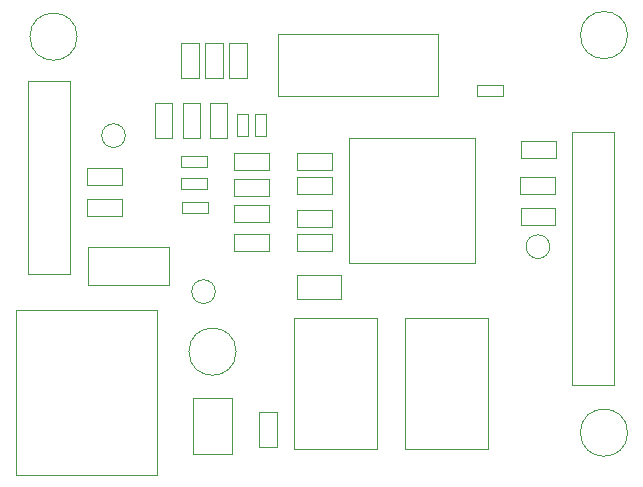
<source format=gbr>
%TF.GenerationSoftware,KiCad,Pcbnew,7.0.11-7.0.11~ubuntu22.04.1*%
%TF.CreationDate,2025-04-19T23:19:54+01:00*%
%TF.ProjectId,Mixed_Signal_Design,4d697865-645f-4536-9967-6e616c5f4465,rev?*%
%TF.SameCoordinates,Original*%
%TF.FileFunction,Other,User*%
%FSLAX46Y46*%
G04 Gerber Fmt 4.6, Leading zero omitted, Abs format (unit mm)*
G04 Created by KiCad (PCBNEW 7.0.11-7.0.11~ubuntu22.04.1) date 2025-04-19 23:19:54*
%MOMM*%
%LPD*%
G01*
G04 APERTURE LIST*
%ADD10C,0.050000*%
G04 APERTURE END LIST*
D10*
%TO.C,FID1*%
X125206000Y-98171000D02*
G75*
G03*
X123206000Y-98171000I-1000000J0D01*
G01*
X123206000Y-98171000D02*
G75*
G03*
X125206000Y-98171000I1000000J0D01*
G01*
%TO.C,C5*%
X137383000Y-107918000D02*
X134423000Y-107918000D01*
X137383000Y-106458000D02*
X137383000Y-107918000D01*
X134423000Y-107918000D02*
X134423000Y-106458000D01*
X134423000Y-106458000D02*
X137383000Y-106458000D01*
%TO.C,C16*%
X135477000Y-90341000D02*
X135477000Y-93301000D01*
X134017000Y-90341000D02*
X135477000Y-90341000D01*
X135477000Y-93301000D02*
X134017000Y-93301000D01*
X134017000Y-93301000D02*
X134017000Y-90341000D01*
%TO.C,D3*%
X121964000Y-100870000D02*
X124924000Y-100870000D01*
X121964000Y-102330000D02*
X121964000Y-100870000D01*
X124924000Y-100870000D02*
X124924000Y-102330000D01*
X124924000Y-102330000D02*
X121964000Y-102330000D01*
%TO.C,C14*%
X135588000Y-96372000D02*
X135588000Y-98192000D01*
X134668000Y-96372000D02*
X135588000Y-96372000D01*
X135588000Y-98192000D02*
X134668000Y-98192000D01*
X134668000Y-98192000D02*
X134668000Y-96372000D01*
%TO.C,R2*%
X132164000Y-102705000D02*
X129964000Y-102705000D01*
X132164000Y-101765000D02*
X132164000Y-102705000D01*
X129964000Y-102705000D02*
X129964000Y-101765000D01*
X129964000Y-101765000D02*
X132164000Y-101765000D01*
%TO.C,J4*%
X163046000Y-97895000D02*
X166596000Y-97895000D01*
X163046000Y-119245000D02*
X163046000Y-97895000D01*
X166596000Y-97895000D02*
X166596000Y-119245000D01*
X166596000Y-119245000D02*
X163046000Y-119245000D01*
%TO.C,C18*%
X131413000Y-90367000D02*
X131413000Y-93327000D01*
X129953000Y-90367000D02*
X131413000Y-90367000D01*
X131413000Y-93327000D02*
X129953000Y-93327000D01*
X129953000Y-93327000D02*
X129953000Y-90367000D01*
%TO.C,C8*%
X142704000Y-101060000D02*
X139744000Y-101060000D01*
X142704000Y-99600000D02*
X142704000Y-101060000D01*
X139744000Y-101060000D02*
X139744000Y-99600000D01*
X139744000Y-99600000D02*
X142704000Y-99600000D01*
%TO.C,H1*%
X167735000Y-123317000D02*
G75*
G03*
X163735000Y-123317000I-2000000J0D01*
G01*
X163735000Y-123317000D02*
G75*
G03*
X167735000Y-123317000I2000000J0D01*
G01*
%TO.C,C12*%
X130080000Y-98368000D02*
X130080000Y-95408000D01*
X131540000Y-98368000D02*
X130080000Y-98368000D01*
X130080000Y-95408000D02*
X131540000Y-95408000D01*
X131540000Y-95408000D02*
X131540000Y-98368000D01*
%TO.C,Y1*%
X138107000Y-89602000D02*
X138107000Y-94802000D01*
X138107000Y-94802000D02*
X151707000Y-94802000D01*
X151707000Y-89602000D02*
X138107000Y-89602000D01*
X151707000Y-94802000D02*
X151707000Y-89602000D01*
%TO.C,C7*%
X142704000Y-103092000D02*
X139744000Y-103092000D01*
X142704000Y-101632000D02*
X142704000Y-103092000D01*
X139744000Y-103092000D02*
X139744000Y-101632000D01*
X139744000Y-101632000D02*
X142704000Y-101632000D01*
%TO.C,SW1*%
X130938000Y-125160000D02*
X134238000Y-125160000D01*
X134238000Y-125160000D02*
X134238000Y-120360000D01*
X130938000Y-120360000D02*
X130938000Y-125160000D01*
X134238000Y-120360000D02*
X130938000Y-120360000D01*
%TO.C,FB1*%
X139740000Y-110013000D02*
X139740000Y-111983000D01*
X139740000Y-111983000D02*
X143470000Y-111983000D01*
X143470000Y-110013000D02*
X139740000Y-110013000D01*
X143470000Y-111983000D02*
X143470000Y-110013000D01*
%TO.C,J2*%
X116945000Y-93577000D02*
X116945000Y-109877000D01*
X116945000Y-109877000D02*
X120545000Y-109877000D01*
X120545000Y-93577000D02*
X116945000Y-93577000D01*
X120545000Y-109877000D02*
X120545000Y-93577000D01*
%TO.C,H3*%
X121126000Y-89789000D02*
G75*
G03*
X117126000Y-89789000I-2000000J0D01*
G01*
X117126000Y-89789000D02*
G75*
G03*
X121126000Y-89789000I2000000J0D01*
G01*
%TO.C,U4*%
X154779000Y-108932000D02*
X154779000Y-98332000D01*
X154779000Y-108932000D02*
X144179000Y-108932000D01*
X154779000Y-98332000D02*
X144179000Y-98332000D01*
X144179000Y-108932000D02*
X144179000Y-98332000D01*
%TO.C,FID3*%
X132826000Y-111379000D02*
G75*
G03*
X130826000Y-111379000I-1000000J0D01*
G01*
X130826000Y-111379000D02*
G75*
G03*
X132826000Y-111379000I1000000J0D01*
G01*
%TO.C,C6*%
X137383000Y-105505000D02*
X134423000Y-105505000D01*
X137383000Y-104045000D02*
X137383000Y-105505000D01*
X134423000Y-105505000D02*
X134423000Y-104045000D01*
X134423000Y-104045000D02*
X137383000Y-104045000D01*
%TO.C,U1*%
X139501000Y-124720000D02*
X146501000Y-124720000D01*
X146501000Y-124720000D02*
X146501000Y-113620000D01*
X139501000Y-113620000D02*
X139501000Y-124720000D01*
X146501000Y-113620000D02*
X139501000Y-113620000D01*
%TO.C,C9*%
X158680000Y-98584000D02*
X161640000Y-98584000D01*
X158680000Y-100044000D02*
X158680000Y-98584000D01*
X161640000Y-98584000D02*
X161640000Y-100044000D01*
X161640000Y-100044000D02*
X158680000Y-100044000D01*
%TO.C,R3*%
X132164000Y-100800000D02*
X129964000Y-100800000D01*
X132164000Y-99860000D02*
X132164000Y-100800000D01*
X129964000Y-100800000D02*
X129964000Y-99860000D01*
X129964000Y-99860000D02*
X132164000Y-99860000D01*
%TO.C,R1*%
X132216000Y-104737000D02*
X130016000Y-104737000D01*
X132216000Y-103797000D02*
X132216000Y-104737000D01*
X130016000Y-104737000D02*
X130016000Y-103797000D01*
X130016000Y-103797000D02*
X132216000Y-103797000D01*
%TO.C,C20*%
X138017000Y-121596000D02*
X138017000Y-124556000D01*
X136557000Y-121596000D02*
X138017000Y-121596000D01*
X138017000Y-124556000D02*
X136557000Y-124556000D01*
X136557000Y-124556000D02*
X136557000Y-121596000D01*
%TO.C,C11*%
X127697000Y-98368000D02*
X127697000Y-95408000D01*
X129157000Y-98368000D02*
X127697000Y-98368000D01*
X127697000Y-95408000D02*
X129157000Y-95408000D01*
X129157000Y-95408000D02*
X129157000Y-98368000D01*
%TO.C,C10*%
X158654000Y-101632000D02*
X161614000Y-101632000D01*
X158654000Y-103092000D02*
X158654000Y-101632000D01*
X161614000Y-101632000D02*
X161614000Y-103092000D01*
X161614000Y-103092000D02*
X158654000Y-103092000D01*
%TO.C,J1*%
X115920000Y-112912000D02*
X115920000Y-126912000D01*
X115920000Y-126912000D02*
X127920000Y-126912000D01*
X127920000Y-112912000D02*
X115920000Y-112912000D01*
X127920000Y-126912000D02*
X127920000Y-112912000D01*
%TO.C,R4*%
X154983000Y-93891000D02*
X157183000Y-93891000D01*
X154983000Y-94831000D02*
X154983000Y-93891000D01*
X157183000Y-93891000D02*
X157183000Y-94831000D01*
X157183000Y-94831000D02*
X154983000Y-94831000D01*
%TO.C,H4*%
X134588000Y-116459000D02*
G75*
G03*
X130588000Y-116459000I-2000000J0D01*
G01*
X130588000Y-116459000D02*
G75*
G03*
X134588000Y-116459000I2000000J0D01*
G01*
%TO.C,C17*%
X133445000Y-90367000D02*
X133445000Y-93327000D01*
X131985000Y-90367000D02*
X133445000Y-90367000D01*
X133445000Y-93327000D02*
X131985000Y-93327000D01*
X131985000Y-93327000D02*
X131985000Y-90367000D01*
%TO.C,C2*%
X142704000Y-105886000D02*
X139744000Y-105886000D01*
X142704000Y-104426000D02*
X142704000Y-105886000D01*
X139744000Y-105886000D02*
X139744000Y-104426000D01*
X139744000Y-104426000D02*
X142704000Y-104426000D01*
%TO.C,U2*%
X148912500Y-124744000D02*
X155912500Y-124744000D01*
X155912500Y-124744000D02*
X155912500Y-113644000D01*
X148912500Y-113644000D02*
X148912500Y-124744000D01*
X155912500Y-113644000D02*
X148912500Y-113644000D01*
%TO.C,FID2*%
X161147000Y-107569000D02*
G75*
G03*
X159147000Y-107569000I-1000000J0D01*
G01*
X159147000Y-107569000D02*
G75*
G03*
X161147000Y-107569000I1000000J0D01*
G01*
%TO.C,D1*%
X121964000Y-103537000D02*
X124924000Y-103537000D01*
X121964000Y-104997000D02*
X121964000Y-103537000D01*
X124924000Y-103537000D02*
X124924000Y-104997000D01*
X124924000Y-104997000D02*
X121964000Y-104997000D01*
%TO.C,H2*%
X167735000Y-89662000D02*
G75*
G03*
X163735000Y-89662000I-2000000J0D01*
G01*
X163735000Y-89662000D02*
G75*
G03*
X167735000Y-89662000I2000000J0D01*
G01*
%TO.C,C4*%
X137370000Y-101060000D02*
X134410000Y-101060000D01*
X137370000Y-99600000D02*
X137370000Y-101060000D01*
X134410000Y-101060000D02*
X134410000Y-99600000D01*
X134410000Y-99600000D02*
X137370000Y-99600000D01*
%TO.C,C19*%
X161627000Y-105759000D02*
X158667000Y-105759000D01*
X161627000Y-104299000D02*
X161627000Y-105759000D01*
X158667000Y-105759000D02*
X158667000Y-104299000D01*
X158667000Y-104299000D02*
X161627000Y-104299000D01*
%TO.C,C15*%
X136192000Y-98192000D02*
X136192000Y-96372000D01*
X137112000Y-98192000D02*
X136192000Y-98192000D01*
X136192000Y-96372000D02*
X137112000Y-96372000D01*
X137112000Y-96372000D02*
X137112000Y-98192000D01*
%TO.C,C13*%
X132366000Y-98368000D02*
X132366000Y-95408000D01*
X133826000Y-98368000D02*
X132366000Y-98368000D01*
X132366000Y-95408000D02*
X133826000Y-95408000D01*
X133826000Y-95408000D02*
X133826000Y-98368000D01*
%TO.C,C3*%
X137383000Y-103279000D02*
X134423000Y-103279000D01*
X137383000Y-101819000D02*
X137383000Y-103279000D01*
X134423000Y-103279000D02*
X134423000Y-101819000D01*
X134423000Y-101819000D02*
X137383000Y-101819000D01*
%TO.C,D2*%
X128876000Y-110820000D02*
X122076000Y-110820000D01*
X128876000Y-107620000D02*
X128876000Y-110820000D01*
X122076000Y-110820000D02*
X122076000Y-107620000D01*
X122076000Y-107620000D02*
X128876000Y-107620000D01*
%TO.C,C1*%
X142704000Y-107918000D02*
X139744000Y-107918000D01*
X142704000Y-106458000D02*
X142704000Y-107918000D01*
X139744000Y-107918000D02*
X139744000Y-106458000D01*
X139744000Y-106458000D02*
X142704000Y-106458000D01*
%TD*%
M02*

</source>
